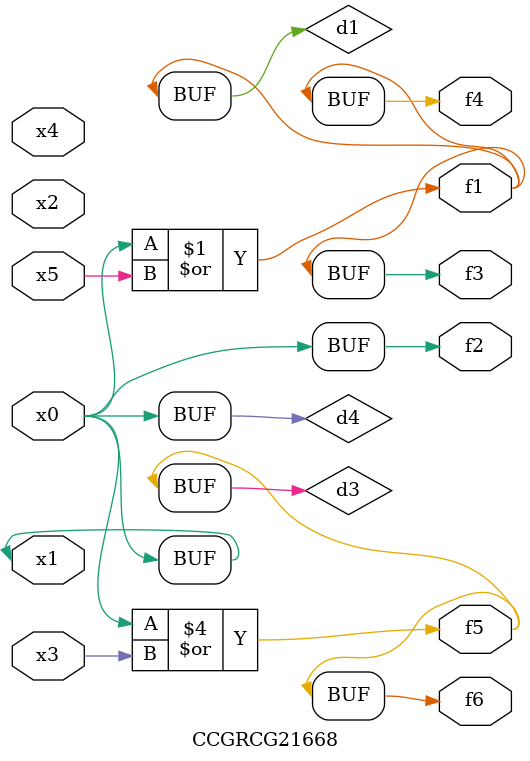
<source format=v>
module CCGRCG21668(
	input x0, x1, x2, x3, x4, x5,
	output f1, f2, f3, f4, f5, f6
);

	wire d1, d2, d3, d4;

	or (d1, x0, x5);
	xnor (d2, x1, x4);
	or (d3, x0, x3);
	buf (d4, x0, x1);
	assign f1 = d1;
	assign f2 = d4;
	assign f3 = d1;
	assign f4 = d1;
	assign f5 = d3;
	assign f6 = d3;
endmodule

</source>
